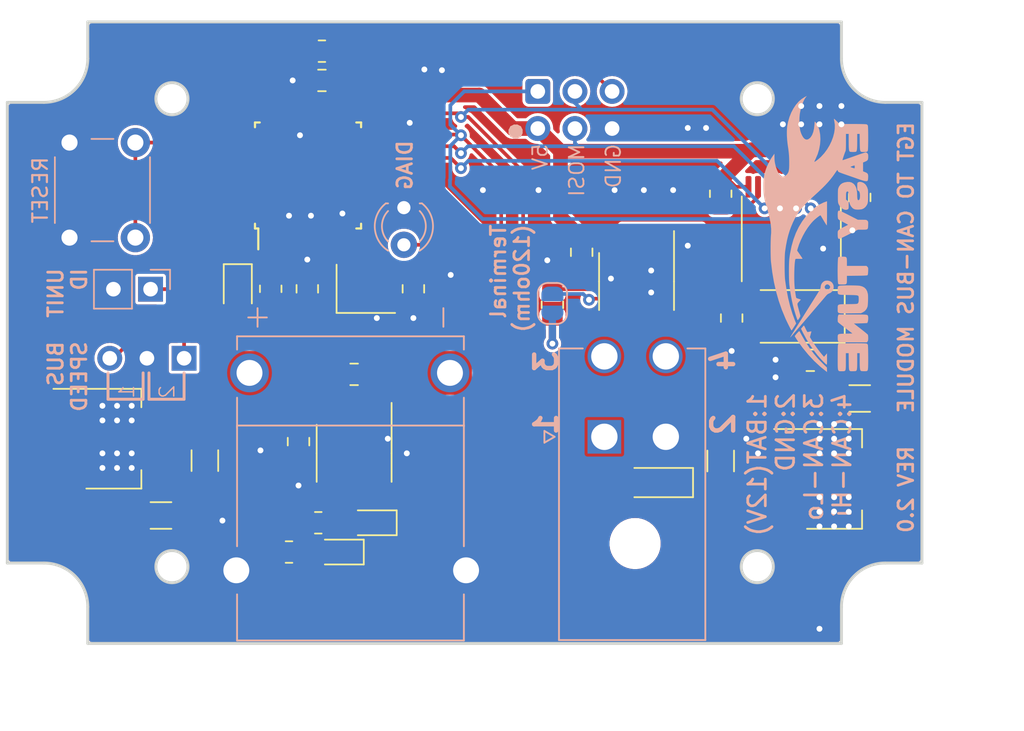
<source format=kicad_pcb>
(kicad_pcb (version 20221018) (generator pcbnew)
  (layers (0 "F.Cu" signal) (31 "B.Cu" signal) (34 "B.Paste" user) (35 "F.Paste" user) (36 "B.SilkS" user "B.Silkscreen") (37 "F.SilkS" user "F.Silkscreen") (38 "B.Mask" user) (39 "F.Mask" user) (44 "Edge.Cuts" user))
  (net 0 "")
  (net 1 "+5V")
  (net 2 "GND")
  (net 3 "+3.3V")
  (net 4 "Net-(J3-NEG)")
  (net 5 "Net-(J3-POS)")
  (net 6 "Net-(U2-OSC2)")
  (net 7 "Net-(U2-OSC1)")
  (net 8 "Net-(U1-XTAL1{slash}PB6)")
  (net 9 "Net-(U1-XTAL2{slash}PB7)")
  (net 10 "SCK")
  (net 11 "Net-(D2-A)")
  (net 12 "CS2")
  (net 13 "Net-(D4-A)")
  (net 14 "VCC")
  (net 15 "MISO")
  (net 16 "MOSI")
  (net 17 "RST")
  (net 18 "CANH")
  (net 19 "CANL")
  (net 20 "Net-(JP1-B)")
  (net 21 "Net-(U2-~{RESET})")
  (net 22 "Net-(D1-A)")
  (net 23 "Net-(JP2-A)")
  (net 24 "Net-(U1-PD4)")
  (net 25 "Net-(JP3-A)")
  (net 27 "CS1")
  (net 40 "Net-(U2-TXCAN)")
  (net 41 "Net-(U2-RXCAN)")
  (net 52 "Net-(D3-K)")
  (net 53 "Net-(JP2-B)")
  (footprint "LED_SMD:LED_0805_2012Metric" (layer "F.Cu") (at 156.25 69.75 -90)
    (fp_text reference "D5" hide)
    (fp_text value "LED" hide)
  )
  (footprint "Crystal:Crystal_SMD_3225-4Pin_3.2x2.5mm" (layer "F.Cu") (at 165 69.75)
    (fp_text reference "Y3" hide)
    (fp_text value "16MHz" hide)
  )
  (footprint "Capacitor_SMD:C_1206_3216Metric" (layer "F.Cu") (at 151 85.25)
    (fp_text reference "C6" hide)
    (fp_text value "10uF" hide)
  )
  (footprint "Capacitor_SMD:C_1206_3216Metric" (layer "F.Cu") (at 154 81.5 -90)
    (fp_text reference "C7" hide)
    (fp_text value "10uF" hide)
  )
  (footprint "Resistor_SMD:R_0805_2012Metric" (layer "F.Cu") (at 177.75 70.8375 -90)
    (fp_text reference "R1" hide)
    (fp_text value "120" hide)
  )
  (footprint "Resistor_SMD:R_0805_2012Metric" (layer "F.Cu") (at 162 53.5 180)
    (fp_text reference "R5" hide)
    (fp_text value "1k" hide)
  )
  (footprint "Capacitor_SMD:C_0805_2012Metric" (layer "F.Cu") (at 168.25 69.75 -90)
    (fp_text reference "C13" hide)
    (fp_text value "22pF" hide)
  )
  (footprint "Diode_SMD:D_SOD-323" (layer "F.Cu") (at 163.25 87.75 180)
    (fp_text reference "D2" hide)
    (fp_text value "1N4148WS" hide)
  )
  (footprint "Package_QFP:TQFP-32_7x7mm_P0.8mm" (layer "F.Cu") (at 161.05 62 90)
    (fp_text reference "U1" hide)
    (fp_text value "ATmega328P-A" hide)
  )
  (footprint "Diode_SMD:D_SOD-123" (layer "F.Cu") (at 185 83 180)
    (fp_text reference "D3" hide)
    (fp_text value "D_Schottky" hide)
  )
  (footprint "Capacitor_SMD:C_1206_3216Metric" (layer "F.Cu") (at 189.25 81.525 90)
    (fp_text reference "C4" hide)
    (fp_text value "10uF" hide)
  )
  (footprint "Capacitor_SMD:C_0805_2012Metric" (layer "F.Cu") (at 162 55.5 180)
    (fp_text reference "C11" hide)
    (fp_text value "0.1uF" hide)
  )
  (footprint "Resistor_SMD:R_0805_2012Metric" (layer "F.Cu") (at 158.5 69.75 -90)
    (fp_text reference "R7" hide)
    (fp_text value "1k" hide)
  )
  (footprint "Capacitor_SMD:C_0805_2012Metric" (layer "F.Cu") (at 198.75 63.5 -90)
    (fp_text reference "C1" hide)
    (fp_text value "0.1uF" hide)
  )
  (footprint "Capacitor_SMD:C_0805_2012Metric" (layer "F.Cu") (at 161 69.75 90)
    (fp_text reference "C12" hide)
    (fp_text value "22pF" hide)
  )
  (footprint "Crystal:Crystal_SMD_5032-2Pin_5.0x3.2mm" (layer "F.Cu") (at 194.675 71.6375 180)
    (fp_text reference "Y2" hide)
    (fp_text value "8MHz" hide)
  )
  (footprint "Resistor_SMD:R_0805_2012Metric" (layer "F.Cu") (at 159.75 87.75)
    (fp_text reference "R2" hide)
    (fp_text value "10k" hide)
  )
  (footprint "Capacitor_SMD:C_0805_2012Metric" (layer "F.Cu") (at 190 71.75 -90)
    (fp_text reference "C9" hide)
    (fp_text value "22pF" hide)
  )
  (footprint "Diode_SMD:D_SOD-323" (layer "F.Cu") (at 165.5 85.75 180)
    (fp_text reference "D4" hide)
    (fp_text value "1N4148WS" hide)
  )
  (footprint "Package_SO:TSSOP-20_4.4x6.5mm_P0.65mm" (layer "F.Cu") (at 194.075 65.6375 90)
    (fp_text reference "U2" hide)
    (fp_text value "MCP2515-I" hide)
  )
  (footprint "Capacitor_SMD:C_0805_2012Metric" (layer "F.Cu") (at 179.75 67.25 -90)
    (fp_text reference "C2" hide)
    (fp_text value "0.1uF" hide)
  )
  (footprint "Package_TO_SOT_SMD:SOT-223-3_TabPin2" (layer "F.Cu") (at 197 82.75)
    (fp_text reference "U3" hide)
    (fp_text value "AMS1117-5.0" hide)
  )
  (footprint "Capacitor_SMD:C_0805_2012Metric" (layer "F.Cu") (at 164.2 75.6 180)
    (fp_text reference "C8" hide)
    (fp_text value "0.1uF" hide)
  )
  (footprint "Capacitor_SMD:C_0805_2012Metric" (layer "F.Cu") (at 195.375 74.6375 180)
    (fp_text reference "C10" hide)
    (fp_text value "22pF" hide)
  )
  (footprint "Package_SO:SOIC-8_3.9x4.9mm_P1.27mm" (layer "F.Cu") (at 183.5 69.25 -90)
    (fp_text reference "U9" hide)
    (fp_text value "TJA1044T" hide)
  )
  (footprint "Capacitor_SMD:C_0805_2012Metric" (layer "F.Cu") (at 160.4 80.2 -90)
    (fp_text reference "C3" hide)
    (fp_text value "0.1uF" hide)
  )
  (footprint "Capacitor_SMD:C_1206_3216Metric" (layer "F.Cu") (at 198.75 77.25 180)
    (fp_text reference "C5" hide)
    (fp_text value "10uF" hide)
  )
  (footprint "Resistor_SMD:R_0805_2012Metric" (layer "F.Cu") (at 189.25 63.25 -90)
    (fp_text reference "R3" hide)
    (fp_text value "10k" hide)
  )
  (footprint "Package_TO_SOT_SMD:SOT-223-3_TabPin2" (layer "F.Cu") (at 147.75 80)
    (fp_text reference "U5" hide)
    (fp_text value "AMS1117-3.3" hide)
  )
  (footprint "Resistor_SMD:R_0805_2012Metric" (layer "F.Cu") (at 161.75 85.75)
    (fp_text reference "R6" hide)
    (fp_text value "10k" hide)
  )
  (footprint "Package_SO:SOIC-8_3.9x4.9mm_P1.27mm" (layer "F.Cu") (at 164.2 81 -90)
    (fp_text reference "U7" hide)
    (fp_text value "MAX31855KASA" hide)
  )
  (footprint "Connector_PinSocket_2.54mm:PinSocket_1x02_P2.54mm_Vertical" (layer "B.Cu") (at 150.29 69.775 90)
    (fp_text reference "JP3" hide)
    (fp_text value "Jumper_2_Open" hide)
  )
  (footprint "Connector_PinSocket_2.54mm:PinSocket_1x03_P2.54mm_Vertical" (layer "B.Cu") (at 152.58 74.5 90)
    (fp_text reference "JP2" hide)
    (fp_text value "Jumper_3_Open" hide)
  )
  (footprint "Jumper:SolderJumper-2_P1.3mm_Open_RoundedPad1.0x1.5mm" (layer "B.Cu") (at 177.75 70.75 -90)
    (fp_text reference "JP1" hide)
    (fp_text value "SolderJumper" hide)
  )
  (footprint "Yuya's_lib:MOLEX_39-30-1040" (layer "B.Cu") (at 181.3 79.87 180)
    (fp_text reference "J2" hide)
    (fp_text value "39-30-1040" hide)
  )
  (footprint "LED_THT:LED_D3.0mm" (layer "B.Cu") (at 167.6 64.2 -90)
    (fp_text reference "D1" hide)
    (fp_text value "LED")
  )
  (footprint "Yuya's_lib:OMEGA_PCC-SMP-K-5" (layer "B.Cu") (at 163.95 83.4 -90)
    (fp_text reference "J3" hide)
    (fp_text value "PCC-SMP-V-K-5" hide)
  )
  (footprint "Desktop:tes3" (layer "B.Cu") (at 195.280148 66.289797 -90)
    (fp_text reference "G***" hide)
    (fp_text value "LOGO" hide)
  )
  (footprint "Button_Switch_THT:SW_PUSH_6mm" (layer "B.Cu") (at 144.75 59.75 -90)
    (fp_text reference "RESET")
    (fp_text value "SW_Push" hide)
  )
  (footprint "Connector_IDC:IDC-Header_2x03_P2.54mm_Vertical" (layer "B.Cu") (at 176.75 56.25 -90)
    (fp_text reference "J1" hide)
    (fp_text value "AVR-ISP-6" hide)
  )
  (gr_line (start 200.500001 88.5) (end 203 88.5) (stroke (width 0.2)) (layer "Edge.Cuts"))
  (gr_line (start 197.5 53.999999) (end 197.5 51.5) (stroke (width 0.2)) (layer "Edge.Cuts"))
  (gr_line (start 140.5 57) (end 140.5 88.5) (stroke (width 0.2)) (layer "Edge.Cuts"))
  (gr_line (start 197.500001 94) (end 197.500001 91.5) (stroke (width 0.2)) (layer "Edge.Cuts"))
  (gr_arc (start 197.500001 91.5) (mid 198.378681 89.37868) (end 200.500001 88.5) (stroke (width 0.2)) (layer "Edge.Cuts"))
  (gr_circle (center 191.75 88.75) (end 192.85 88.75) (stroke (width 0.2)) (fill none) (layer "Edge.Cuts"))
  (gr_arc (start 200.5 56.999999) (mid 198.37868 56.121319) (end 197.5 53.999999) (stroke (width 0.2)) (layer "Edge.Cuts"))
  (gr_line (start 146 91.5) (end 146 94) (stroke (width 0.2)) (layer "Edge.Cuts"))
  (gr_line (start 203 88.5) (end 203 56.999999) (stroke (width 0.2)) (layer "Edge.Cuts"))
  (gr_line (start 146 51.5) (end 146 54) (stroke (width 0.2)) (layer "Edge.Cuts"))
  (gr_arc (start 143 88.5) (mid 145.12132 89.37868) (end 146 91.5) (stroke (width 0.2)) (layer "Edge.Cuts"))
  (gr_line (start 143 57) (end 140.5 57) (stroke (width 0.2)) (layer "Edge.Cuts"))
  (gr_line (start 203 56.999999) (end 200.5 56.999999) (stroke (width 0.2)) (layer "Edge.Cuts"))
  (gr_circle (center 151.75 88.75) (end 152.85 88.75) (stroke (width 0.2)) (fill none) (layer "Edge.Cuts"))
  (gr_line (start 197.5 51.5) (end 146 51.5) (stroke (width 0.2)) (layer "Edge.Cuts"))
  (gr_circle (center 191.75 56.75) (end 192.85 56.75) (stroke (width 0.2)) (fill none) (layer "Edge.Cuts"))
  (gr_circle (center 151.75 56.75) (end 152.85 56.75) (stroke (width 0.2)) (fill none) (layer "Edge.Cuts"))
  (gr_line (start 140.5 88.5) (end 143 88.5) (stroke (width 0.2)) (layer "Edge.Cuts"))
  (gr_line (start 146 94) (end 197.500001 94) (stroke (width 0.2)) (layer "Edge.Cuts"))
  (gr_arc (start 146 54) (mid 145.12132 56.12132) (end 143 57) (stroke (width 0.2)) (layer "Edge.Cuts"))
  (gr_text "EGT TO CAN-BUS MODULE   REV 2.0" (at 202.5 58.25 90) (layer "B.SilkS") (effects (font (size 1 1) (thickness 0.1875)) (justify left bottom mirror)))
  (gr_text "MOSI" (at 180 59.75 90) (layer "B.SilkS") (effects (font (size 1 1) (thickness 0.125)) (justify left bottom mirror)))
  (gr_text "UNIT\nID" (at 146 68.25 90) (layer "B.SilkS") (effects (font (size 1 1) (thickness 0.1875)) (justify left bottom mirror)))
  (gr_text "Terminal\n(120ohm)" (at 176.25 65.25 90) (layer "B.SilkS") (effects (font (size 1 1) (thickness 0.1875)) (justify left bottom mirror)))
  (gr_text "5V" (at 177.5 59.75 90) (layer "B.SilkS") (effects (font (size 1 1) (thickness 0.125)) (justify left bottom mirror)))
  (gr_text "GND" (at 182.5 59.75 90) (layer "B.SilkS") (effects (font (size 1 1) (thickness 0.125)) (justify left bottom mirror)))
  (gr_text "1" (at 178.2 78.1 90) (layer "B.SilkS") (effects (font (size 1.5 1.5) (thickness 0.3) bold) (justify left bottom mirror)))
  (gr_text "DIAG" (at 168.25 59.5 90) (layer "B.SilkS") (effects (font (size 1 1) (thickness 0.1875)) (justify left bottom mirror)))
  (gr_text "3" (at 178.2 73.83 90) (layer "B.SilkS") (effects (font (size 1.5 1.5) (thickness 0.3) bold) (justify left bottom mirror)))
  (gr_text "BUS\nSPEED" (at 146 73.25 90) (layer "B.SilkS") (effects (font (size 1 1) (thickness 0.1875)) (justify left bottom mirror)))
  (gr_text "1:BAT(12V)\n2:GND\n3:CAN-Lo\n4:CAN-Hi" (at 198.25 76.75 90) (layer "B.SilkS") (effects (font (size 1.2 1.2) (thickness 0.1875)) (justify left bottom mirror)))
  (gr_text "2" (at 190.3 78.1 90) (layer "B.SilkS") (effects (font (size 1.5 1.5) (thickness 0.3) bold) (justify left bottom mirror)))
  (gr_text "●" (at 175.75 58.25 90) (layer "B.SilkS") (effects (font (size 1 1) (thickness 0.1875)) (justify left bottom mirror)))
  (gr_text "4" (at 190.3 73.7 90) (layer "B.SilkS") (effects (font (size 1.5 1.5) (thickness 0.3) bold) (justify left bottom mirror)))
  (segment (start 191.3375 60.25) (end 189.25 62.3375) (width 1) (layer "F.Cu") (net 1))
  (segment (start 147.7 83.425) (end 149.525 85.25) (width 1) (layer "F.Cu") (net 1))
  (segment (start 166.25 55.5) (end 167.25 56.5) (width 1) (layer "F.Cu") (net 1))
  (segment (start 149.525 85.25) (end 149.525 90.825) (width 1) (layer "F.Cu") (net 1))
  (segment (start 200.225 77.25) (end 200.225 75.775) (width 1) (layer "F.Cu") (net 1))
  (segment (start 201 63.5) (end 200.05 62.55) (width 1) (layer "F.Cu") (net 1))
  (segment (start 162.95 55.5) (end 162.95 57.65) (width 0.25) (layer "F.Cu") (net 1))
  (segment (start 179.75 66.576751) (end 179.75 66.3) (width 0.25) (layer "F.Cu") (net 1))
  (segment (start 178.3 64.85) (end 179.75 66.3) (width 1) (layer "F.Cu") (net 1))
  (segment (start 172.75 56.5) (end 175.04 58.79) (width 1) (layer "F.Cu") (net 1))
  (segment (start 191.3375 60.25) (end 191.2475 60.34) (width 1) (layer "F.Cu") (net 1))
  (segment (start 149.525 90.825) (end 150.5 91.8) (width 1) (layer "F.Cu") (net 1))
  (segment (start 197.055635 88.5) (end 199.1 86.455635) (width 1) (layer "F.Cu") (net 1))
  (segment (start 179.75 66.3) (end 179.75 66.25) (width 0.25) (layer "F.Cu") (net 1))
  (segment (start 200.225 75.775) (end 201 75) (width 1) (layer "F.Cu") (net 1))
  (segment (start 198 60.25) (end 191.3375 60.25) (width 1) (layer "F.Cu") (net 1))
  (segment (start 189.25 62.3375) (end 189.8375 62.3375) (width 0.25) (layer "F.Cu") (net 1))
  (segment (start 200.225 77.25) (end 200.225 82.675) (width 1) (layer "F.Cu") (net 1))
  (segment (start 160.525 61.475) (end 162.25 59.75) (width 0.25) (layer "F.Cu") (net 1))
  (segment (start 200.15 85.35) (end 200.15 82.75) (width 1) (layer "F.Cu") (net 1))
  (segment (start 160.525 66.125) (end 160.525 61.475) (width 0.25) (layer "F.Cu") (net 1))
  (segment (start 162.25 66.25) (end 162.25 59.75) (width 0.25) (layer "F.Cu") (net 1))
  (segment (start 162.95 53.5375) (end 162.9125 53.5) (width 0.25) (layer "F.Cu") (net 1))
  (segment (start 199.1 86.4) (end 200.15 85.35) (width 1) (layer "F.Cu") (net 1))
  (segment (start 163.05 58.95) (end 163.05 57.75) (width 0.25) (layer "F.Cu") (net 1))
  (segment (start 167.25 56.5) (end 172.75 56.5) (width 1) (layer "F.Cu") (net 1))
  (segment (start 160.65 66.25) (end 160.525 66.125) (width 0.25) (layer "F.Cu") (net 1))
  (segment (start 145.725 83.425) (end 147.7 83.425) (width 1) (layer "F.Cu") (net 1))
  (segment (start 199.1 86.455635) (end 199.1 86.4) (width 1) (layer "F.Cu") (net 1))
  (segment (start 198.75 62.55) (end 198.75 61) (width 1) (layer "F.Cu") (net 1))
  (segment (start 163.05 55.6) (end 162.95 55.5) (width 0.25) (layer "F.Cu") (net 1))
  (segment (start 189.25 62) (end 189.25 62.3375) (width 0.25) (layer "F.Cu") (net 1))
  (segment (start 195.8 88.5) (end 197.055635 88.5) (width 1) (layer "F.Cu") (net 1))
  (segment (start 162.95 55.5) (end 166.25 55.5) (width 1) (layer "F.Cu") (net 1))
  (segment (start 178.3 60.34) (end 178.3 64.85) (width 1) (layer "F.Cu") (net 1))
  (segment (start 162.25 59.75) (end 163.05 58.95) (width 0.25) (layer "F.Cu") (net 1))
  (segment (start 144.6 82.3) (end 145.725 83.425) (width 1) (layer "F.Cu") (net 1))
  (segment (start 182.865 67.151751) (end 181.941751 68.075) (width 0.25) (layer "F.Cu") (net 1))
  (segment (start 150.5 91.8) (end 192.5 91.8) (width 1) (layer "F.Cu") (net 1))
  (segment (start 191.2475 60.34) (end 178.3 60.34) (width 1) (layer "F.Cu") (net 1))
  (segment (start 201 75) (end 201 63.5) (width 1) (layer "F.Cu") (net 1))
  (segment (start 200.225 82.675) (end 200.15 82.75) (width 1) (layer "F.Cu") (net 1))
  (segment (start 190.275 62.775) (end 191.15 62.775) (width 0.25) (layer "F.Cu") (net 1))
  (segment (start 200.15 82.75) (end 193.85 82.75) (width 1) (layer "F.Cu") (net 1))
  (segment (start 182.865 66.775) (end 182.865 67.151751) (width 0.25) (layer "F.Cu") (net 1))
  (segment (start 198.75 61) (end 198 60.25) (width 1) (layer "F.Cu") (net 1))
  (segment (start 178.3 60.34) (end 176.75 58.79) (width 1) (layer "F.Cu") (net 1))
  (segment (start 181.941751 68.075) (end 181.248249 68.075) (width 0.25) (layer "F.Cu") (net 1))
  (segment (start 162.95 55.5) (end 162.95 53.5375) (width 0.25) (layer "F.Cu") (net 1))
  (segment (start 200.05 62.55) (end 198.75 62.55) (width 1) (layer "F.Cu") (net 1))
  (segment (start 189.8375 62.3375) (end 190.275 62.775) (width 0.25) (layer "F.Cu") (net 1))
  (segment (start 181.248249 68.075) (end 179.75 66.576751) (width 0.25) (layer "F.Cu") (net 1))
  (segment (start 192.5 91.8) (end 195.8 88.5) (width 1) (layer "F.Cu") (net 1))
  (segment (start 175.04 58.79) (end 176.75 58.79) (width 1) (layer "F.Cu") (net 1))
  (segment (start 162.95 57.65) (end 163.05 57.75) (width 0.25) (layer "F.Cu") (net 1))
  (segment (start 160.65 59.1) (end 160.5 59.25) (width 0.25) (layer "F.Cu") (net 2))
  (segment (start 197 67.75) (end 196.25 67) (width 0.25) (layer "F.Cu") (net 2))
  (segment (start 180.6005 69.0505) (end 181.75 69.0505) (width 0.25) (layer "F.Cu") (net 2))
  (segment (start 179.75 68.2) (end 180.6005 69.0505) (width 0.25) (layer "F.Cu") (net 2))
  (segment (start 161.05 55.5) (end 160 55.5) (width 0.25) (layer "F.Cu") (net 2))
  (segment (start 168.25 70.7) (end 168.25 71.75) (width 0.25) (layer "F.Cu") (net 2))
  (segment (start 184.135 66.775) (end 184.135 68.135) (width 0.25) (layer "F.Cu") (net 2))
  (segment (start 159.85 64.85) (end 159.75 64.75) (width 0.25) (layer "F.Cu") (net 2))
  (segment (start 161.45 66.25) (end 161.45 64.95) (width 0.25) (layer "F.Cu") (net 2))
  (segment (start 166.105 78.525) (end 166.105 79.605) (width 0.25) (layer "F.Cu") (net 2))
  (segment (start 161.45 64.95) (end 161.25 64.75) (width 0.25) (layer "F.Cu") (net 2))
  (segment (start 159.85 66.25) (end 159.85 64.85) (width 0.25) (layer "F.Cu") (net 2))
  (segment (start 166.1 70.6) (end 166.1 71.4) (width 0.25) (layer "F.Cu") (net 2))
  (segment (start 160.65 57.75) (end 160.65 59.1) (width 0.25) (layer "F.Cu") (net 2))
  (segment (start 198.75 64.45) (end 198.75 65.25) (width 0.25) (layer "F.Cu") (net 2))
  (segment (start 161 68.8) (end 161 67.75) (width 0.25) (layer "F.Cu") (net 2))
  (segment (start 197 68.5) (end 197 67.75) (width 0.25) (layer "F.Cu") (net 2))
  (segment (start 198.75 65.25) (end 198.25 65.75) (width 0.25) (layer "F.Cu") (net 2))
  (segment (start 184.135 68.135) (end 184.5 68.5) (width 0.25) (layer "F.Cu") (net 2))
  (segment (start 166.1 71.4) (end 165.75 71.75) (width 0.25) (layer "F.Cu") (net 2))
  (segment (start 166.105 78.901751) (end 166.105 78.525) (width 0.25) (layer "F.Cu") (net 2))
  (segment (start 185.405 70.905) (end 184.5 70) (width 0.25) (layer "F.Cu") (net 2))
  (segment (start 185.405 71.725) (end 185.405 70.905) (width 0.25) (layer "F.Cu") (net 2))
  (segment (start 166.105 79.605) (end 166.5 80) (width 0.25) (layer "F.Cu") (net 2))
  (via (at 196 80) (size 0.8) (drill 0.4) (layers "F.Cu" "B.Cu") (net 2))
  (via (at 196 93) (size 0.8) (drill 0.4) (layers "F.Cu" "B.Cu") (net 2))
  (via (at 194.75 57.25) (size 0.8) (drill 0.4) (layers "F.Cu" "B.Cu") (net 2))
  (via (at 161.25 64.75) (size 0.8) (drill 0.4) (layers "F.Cu" "B.Cu") (net 2))
  (via (at 197 81) (size 0.8) (drill 0.4) (layers "F.Cu" "B.Cu") (net 2))
  (via (at 196 79) (size 0.8) (drill 0.4) (layers "F.Cu" "B.Cu") (net 2))
  (via (at 194.75 58.5) (size 0.8) (drill 0.4) (layers "F.Cu" "B.Cu") (net 2))
  (via (at 168.25 71.75) (size 0.8) (drill 0.4) (layers "F.Cu" "B.Cu") (net 2))
  (via (at 187 66.8) (size 0.8) (drill 0.4) (layers "F.Cu" "B.Cu") (net 2))
  (via (at 197.5 57.25) (size 0.8) (drill 0.4) (layers "F.Cu" "B.Cu") (net 2))
  (via (at 159.75 64.75) (size 0.8) (drill 0.4) (layers "F.Cu" "B.Cu") (net 2))
  (via (at 173 63) (size 0.8) (drill 0.4) (layers "F.Cu" "B.Cu") (net 2))
  (via (at 198 80) (size 0.8) (drill 0.4) (layers "F.Cu" "B.Cu") (net 2))
  (via (at 198 81) (size 0.8) (drill 0.4) (layers "F.Cu" "B.Cu") (net 2))
  (via (at 198 79) (size 0.8) (drill 0.4) (layers "F.Cu" "B.Cu") (net 2))
  (via (at 197 84) (size 0.8) (drill 0.4) (layers "F.Cu" "B.Cu") (net 2))
  (via (at 196 57.25) (size 0.8) (drill 0.4) (layers "F.Cu" "B.Cu") (net 2))
  (via (at 186 63) (size 0.8) (drill 0.4) (layers "F.Cu" "B.Cu") (net 2))
  (via (at 196 86) (size 0.8) (drill 0.4) (layers "F.Cu" "B.Cu") (net 2))
  (via (at 148 77.75) (size 0.8) (drill 0.4) (layers "F.Cu" "B.Cu") (net 2))
  (via (at 157.8 80.8) (size 0.8) (drill 0.4) (layers "F.Cu" "B.Cu") (net 2))
  (via (at 176.8 63) (size 0.8) (drill 0.4) (layers "F.Cu" "B.Cu") (net 2))
  (via (at 198.25 65.75) (size 0.8) (drill 0.4) (layers "F.Cu" "B.Cu") (net 2))
  (via (at 197 86) (size 0.8) (drill 0.4) (layers "F.Cu" "B.Cu") (net 2))
  (via (at 196.25 67) (size 0.8) (drill 0.4) (layers "F.Cu" "B.Cu") (net 2))
  (via (at 155.2 85.6) (size 0.8) (drill 0.4) (layers "F.Cu" "B.Cu") (net 2))
  (via (at 188.25 58.75) (size 0.8) (drill 0.4) (layers "F.Cu" "B.Cu") (net 2))
  (via (at 191.8 81) (size 0.8) (drill 0.4) (layers "F.Cu" "B.Cu") (net 2))
  (via (at 196 58.5) (size 0.8) (drill 0.4) (layers "F.Cu" "B.Cu") (net 2))
  (via (at 190 74) (size 0.8) (drill 0.4) (layers "F.Cu" "B.Cu") (net 2))
  (via (at 184.5 70) (size 0.8) (drill 0.4) (layers "F.Cu" "B.Cu") (net 2))
  (via (at 166.5 80) (size 0.8) (drill 0.4) (layers "F.Cu" "B.Cu") (net 2))
  (via (at 149 81) (size 0.8) (drill 0.4) (layers "F.Cu" "B.Cu") (net 2))
  (via (at 181.75 69.0505) (size 0.8) (drill 0.4) (layers "F.Cu" "B.Cu") (net 2))
  (via (at 147 77.75) (size 0.8) (drill 0.4) (layers "F.Cu" "B.Cu") (net 2))
  (via (at 197 80) (size 0.8) (drill 0.4) (layers "F.Cu" "B.Cu") (net 2))
  (via (at 196.995873 84.978907) (size 0.8) (drill 0.4) (layers "F.Cu" "B.Cu") (net 2))
  (via (at 149 77.75) (size 0.8) (drill 0.4) (layers "F.Cu" "B.Cu") (net 2))
  (via (at 148 78.75) (size 0.8) (drill 0.4) (layers "F.Cu" "B.Cu") (net 2))
  (via (at 197.5 58.5) (size 0.8) (drill 0.4) (layers "F.Cu" "B.Cu") (net 2))
  (via (at 193 75.8) (size 0.8) (drill 0.4) (layers "F.Cu" "B.Cu") (net 2))
  (via (at 169 54.75) (size 0.8) (drill 0.4) (layers "F.Cu" "B.Cu") (net 2))
  (via (at 184 63) (size 0.8) (drill 0.4) (layers "F.Cu" "B.Cu") (net 2))
  (via (at 182 63) (size 0.8) (drill 0.4) (layers "F.Cu" "B.Cu") (net 2))
  (via (at 197 79) (size 0.8) (drill 0.4) (layers "F.Cu" "B.Cu") (net 2))
  (via (at 163.4 64.6) (size 0.8) (drill 0.4) (layers "F.Cu" "B.Cu") (net 2))
  (via (at 168 58.4) (size 0.8) (drill 0.4) (layers "F.Cu" "B.Cu") (net 2))
  (via (at 147 82) (size 0.8) (drill 0.4) (layers "F.Cu" "B.Cu") (net 2))
  (via (at 193.5 58.5) (size 0.8) (drill 0.4) (layers "F.Cu" "B.Cu") (net 2))
  (via (at 147 81) (size 0.8) (drill 0.4) (layers "F.Cu" "B.Cu") (net 2))
  (via (at 196 81) (size 0.8) (drill 0.4) (layers "F.Cu" "B.Cu") (net 2))
  (via (at 193 74.6) (size 0.8) (drill 0.4) (layers "F.Cu" "B.Cu") (net 2))
  (via (at 184.5 68.5) (size 0.8) (drill 0.4) (layers "F.Cu" "B.Cu") (net 2))
  (via (at 160.5 59.25) (size 0.8) (drill 0.4) (layers "F.Cu" "B.Cu") (net 2))
  (via (at 167.8 81) (size 0.8) (drill 0.4) (layers "F.Cu" "B.Cu") (net 2))
  (via (at 147 78.75) (size 0.8) (drill 0.4) (layers "F.Cu" "B.Cu") (net 2))
  (via (at 170.8 68.8) (size 0.8) (drill 0.4) (layers "F.Cu" "B.Cu") (net 2))
  (via (at 198 84) (size 0.8) (drill 0.4) (layers "F.Cu" "B.Cu") (net 2))
  (via (at 160.4 83.2) (size 0.8) (drill 0.4) (layers "F.Cu" "B.Cu") (net 2))
  (via (at 161 67.75) (size 0.8) (drill 0.4) (layers "F.Cu" "B.Cu") (net 2))
  (via (at 198 85) (size 0.8) (drill 0.4) (layers "F.Cu" "B.Cu") (net 2))
  (via (at 191 80) (size 0.8) (drill 0.4) (layers "F.Cu" "B.Cu") (net 2))
  (via (at 148 81) (size 0.8) (drill 0.4) (layers "F.Cu" "B.Cu") (net 2))
  (via (at 196 85) (size 0.8) (drill 0.4) (layers "F.Cu" "B.Cu") (net 2))
  (via (at 165.75 71.75) (size 0.8) (drill 0.4) (layers "F.Cu" "B.Cu") (net 2))
  (via (at 170.2 54.8) (size 0.8) (drill 0.4) (layers "F.Cu" "B.Cu") (net 2))
  (via (at 160 55.5) (size 0.8) (drill 0.4) (layers "F.Cu" "B.Cu") (net 2))
  (via (at 198 86) (size 0.8) (drill 0.4) (layers "F.Cu" "B.Cu") (net 2))
  (via (at 149 78.75) (size 0.8) (drill 0.4) (layers "F.Cu" "B.Cu") (net 2))
  (via (at 187 58.75) (size 0.8) (drill 0.4) (layers "F.Cu" "B.Cu") (net 2))
  (via (at 148 82) (size 0.8) (drill 0.4) (layers "F.Cu" "B.Cu") (net 2))
  (via (at 177.4 67.8) (size 0.8) (drill 0.4) (layers "F.Cu" "B.Cu") (net 2))
  (via (at 196 84) (size 0.8) (drill 0.4) (layers "F.Cu" "B.Cu") (net 2))
  (via (at 149 82) (size 0.8) (drill 0.4) (layers "F.Cu" "B.Cu") (net 2))
  (segment (start 161.125 78.525) (end 160.4 79.25) (width 0.5) (layer "F.Cu") (net 3))
  (segment (start 158.8375 86.6375) (end 159.725 85.75) (width 1) (layer "F.Cu") (net 3))
  (segment (start 150.8 79.9) (end 150.9 80) (width 1) (layer "F.Cu") (net 3))
  (segment (start 159.725 85.75) (end 154 80.025) (width 1) (layer "F.Cu") (net 3))
  (segment (start 153.975 80) (end 154 80.025) (width 1) (layer "F.Cu") (net 3))
  (segment (start 144.7 79.9) (end 150.8 79.9) (width 1) (layer "F.Cu") (net 3))
  (segment (start 144.6 80) (end 144.7 79.9) (width 1) (layer "F.Cu") (net 3))
  (segment (start 162.295 78.525) (end 161.125 78.525) (width 0.5) (layer "F.Cu") (net 3))
  (segment (start 160.8375 85.75) (end 159.725 85.75) (width 1) (layer "F.Cu") (net 3))
  (segment (start 154.775 79.25) (end 160.4 79.25) (width 1) (layer "F.Cu") (net 3))
  (segment (start 158.8375 87.75) (end 158.8375 86.6375) (width 1) (layer "F.Cu") (net 3))
  (segment (start 150.9 80) (end 153.975 80) (width 1) (layer "F.Cu") (net 3))
  (segment (start 154 80.025) (end 154.775 79.25) (width 1) (layer "F.Cu") (net 3))
  (segment (start 165.25 75.5) (end 165.15 75.6) (width 0.25) (layer "F.Cu") (net 4))
  (segment (start 165.15 75.6) (end 164.835 75.915) (width 0.25) (layer "F.Cu") (net 4))
  (segment (start 163.15 75.5) (end 163.25 75.6) (width 0.25) (layer "F.Cu") (net 5))
  (segment (start 193.251041 71.6375) (end 195.7 69.188541) (width 0.25) (layer "F.Cu") (net 6))
  (segment (start 195.7 69.188541) (end 195.7 68.5) (width 0.25) (layer "F.Cu") (net 6))
  (segment (start 192.825 71.6375) (end 193.251041 71.6375) (width 0.25) (layer "F.Cu") (net 6))
  (segment (start 190.8375 71.6375) (end 190 70.8) (width 0.25) (layer "F.Cu") (net 6))
  (segment (start 192.825 71.6375) (end 190.8375 71.6375) (width 0.25) (layer "F.Cu") (net 6))
  (segment (start 196.325 74.6375) (end 196.525 74.4375) (width 0.25) (layer "F.Cu") (net 7))
  (segment (start 196.525 71.6375) (end 196.35 71.4625) (width 0.25) (layer "F.Cu") (net 7))
  (segment (start 196.525 74.4375) (end 196.525 71.6375) (width 0.25) (layer "F.Cu") (net 7))
  (segment (start 196.35 71.4625) (end 196.35 68.5) (width 0.25) (layer "F.Cu") (net 7))
  (segment (start 162.75 69.7) (end 163.65 70.6) (width 0.25) (layer "F.Cu") (net 8))
  (segment (start 163.9 70.6) (end 163.75 70.75) (width 0.25) (layer "F.Cu") (net 8))
  (segment (start 161.8 71.5) (end 161 70.7) (width 0.25) (layer "F.Cu") (net 8))
  (segment (start 163.05 66.25) (end 163.05 67.7) (width 0.25) (layer "F.Cu") (net 8))
  (segment (start 163.05 67.7) (end 162.75 68) (width 0.25) (layer "F.Cu") (net 8))
  (segment (start 163.75 70.75) (end 163.75 71.5) (width 0.25) (layer "F.Cu") (net 8))
  (segment (start 163.65 70.6) (end 163.9 70.6) (width 0.25) (layer "F.Cu") (net 8))
  (segment (start 162.75 68) (end 162.75 69.7) (width 0.25) (layer "F.Cu") (net 8))
  (segment (start 163.75 71.5) (end 161.8 71.5) (width 0.25) (layer "F.Cu") (net 8))
  (segment (start 166.1 67.35) (end 166.1 68.9) (width 0.25) (layer "F.Cu") (net 9))
  (segment (start 163.85 66.25) (end 165 66.25) (width 0.25) (layer "F.Cu") (net 9))
  (segment (start 165 66.25) (end 166.1 67.35) (width 0.25) (layer "F.Cu") (net 9))
  (segment (start 166.1 68.9) (end 168.15 68.9) (width 0.25) (layer "F.Cu") (net 9))
  (segment (start 168.15 68.9) (end 168.25 68.8) (width 0.25) (layer "F.Cu") (net 9))
  (segment (start 175.75 81.793198) (end 169.793198 87.75) (width 0.25) (layer "F.Cu") (net 10))
  (segment (start 169.793198 87.75) (end 164.3 87.75) (width 0.25) (layer "F.Cu") (net 10))
  (segment (start 175.75 61.75) (end 175.75 81.793198) (width 0.25) (layer "F.Cu") (net 10))
  (segment (start 195.401698 64.25) (end 195.05 63.898302) (width 0.25) (layer "F.Cu") (net 10))
  (segment (start 171.25 57.75) (end 163.85 57.75) (width 0.25) (layer "F.Cu") (net 10))
  (segment (start 195.05 63.898302) (end 195.05 62.775) (width 0.25) (layer "F.Cu") (net 10))
  (segment (start 171.5 58) (end 171.25 57.75) (width 0.25) (layer "F.Cu") (net 10))
  (segment (start 172 58) (end 175.75 61.75) (width 0.25) (layer "F.Cu") (net 10))
  (segment (start 171.5 58) (end 172 58) (width 0.25) (layer "F.Cu") (net 10))
  (via (at 195.401698 64.25) (size 0.8) (drill 0.4) (layers "F.Cu" "B.Cu") (net 10))
  (via (at 171.5 58) (size 0.8) (drill 0.4) (layers "F.Cu" "B.Cu") (net 10))
  (segment (start 179.29 57.04) (end 179.75 57.5) (width 0.25) (layer "B.Cu") (net 10))
  (segment (start 171.5 58) (end 172 57.5) (width 0.25) (layer "B.Cu") (net 10))
  (segment (start 172 57.5) (end 179.75 57.5) (width 0.25) (layer "B.Cu") (net 10))
  (segment (start 195.401698 64.224198) (end 188.6775 57.5) (width 0.25) (layer "B.Cu") (net 10))
  (segment (start 180.75 57.5) (end 179.75 57.5) (width 0.25) (layer "B.Cu") (net 10))
  (segment (start 188.6775 57.5) (end 180.75 57.5) (width 0.25) (layer "B.Cu") (net 10))
  (segment (start 179.29 56.25) (end 179.29 57.04) (width 0.25) (layer "B.Cu") (net 10))
  (segment (start 195.401698 64.25) (end 195.401698 64.224198) (width 0.25) (layer "B.Cu") (net 10))
  (segment (start 161.75 84.02) (end 162.295 83.475) (width 0.25) (layer "F.Cu") (net 11))
  (segment (start 160.6625 87.75) (end 162.2 87.75) (width 0.25) (layer "F.Cu") (net 11))
  (segment (start 161.75 87.3) (end 161.75 84.02) (width 0.25) (layer "F.Cu") (net 11))
  (segment (start 162.2 87.75) (end 161.75 87.3) (width 0.25) (layer "F.Cu") (net 11))
  (segment (start 168.8 61.6) (end 173 65.8) (width 0.25) (layer "F.Cu") (net 12))
  (segment (start 173 79.3) (end 166.55 85.75) (width 0.25) (layer "F.Cu") (net 12))
  (segment (start 173 65.8) (end 173 79.3) (width 0.25) (layer "F.Cu") (net 12))
  (segment (start 165.3 61.6) (end 168.8 61.6) (width 0.25) (layer "F.Cu") (net 12))
  (segment (start 164.45 85.75) (end 162.6625 85.75) (width 0.25) (layer "F.Cu") (net 13))
  (segment (start 164.45 85.75) (end 163.565 84.865) (width 0.25) (layer "F.Cu") (net 13))
  (segment (start 163.565 84.865) (end 163.565 83.475) (width 0.25) (layer "F.Cu") (net 13))
  (segment (start 171.5 59.25) (end 171.45 59.2) (width 0.25) (layer "F.Cu") (net 15))
  (segment (start 165.75 86.75) (end 165.75 86.131282) (width 0.25) (layer "F.Cu") (net 15))
  (segment (start 174.25 62) (end 174.25 80.75) (width 0.25) (layer "F.Cu") (net 15))
  (segment (start 171.5 59.25) (end 174.25 62) (width 0.25) (layer "F.Cu") (net 15))
  (segment (start 168.25 86.75) (end 165.75 86.75) (width 0.25) (layer "F.Cu") (net 15))
  (segment (start 165.75 86.131282) (end 164.835 85.216282) (width 0.25) (layer "F.Cu") (net 15))
  (segment (start 193.30016 64.25) (end 193.1 64.04984) (width 0.25) (layer "F.Cu") (net 15))
  (segment (start 164.835 85.216282) (end 164.835 83.475) (width 0.25) (layer "F.Cu") (net 15))
  (segment (start 171.45 59.2) (end 165.3 59.2) (width 0.25) (layer "F.Cu") (net 15))
  (segment (start 193.1 64.04984) (end 193.1 62.775) (width 0.25) (layer "F.Cu") (net 15))
  (segment (start 174.25 80.75) (end 168.25 86.75) (width 0.25) (layer "F.Cu") (net 15))
  (via (at 171.5 59.25) (size 0.8) (drill 0.4) (layers "F.Cu" "B.Cu") (net 15))
  (via (at 193.30016 64.25) (size 0.8) (drill 0.4) (layers "F.Cu" "B.Cu") (net 15))
  (segment (start 170.775 59.975) (end 170.775 62.275) (width 0.25) (layer "B.Cu") (net 15))
  (segment (start 171.724695 56.25) (end 176.75 56.25) (width 0.25) (layer "B.Cu") (net 15))
  (segment (start 170.775 62.275) (end 170.75 62.3) (width 0.25) (layer "B.Cu") (net 15))
  (segment (start 172.975 64.975) (end 192.57516 64.975) (width 0.25) (layer "B.Cu") (net 15))
  (segment (start 171.5 59.25) (end 170.775 58.525) (width 0.25) (layer "B.Cu") (net 15))
  (segment (start 170.75 62.3) (end 170.75 62.75) (width 0.25) (layer "B.Cu") (net 15))
  (segment (start 170.775 57.199695) (end 171.724695 56.25) (width 0.25) (layer "B.Cu") (net 15))
  (segment (start 170.775 58.525) (end 170.775 57.199695) (width 0.25) (layer "B.Cu") (net 15))
  (segment (start 192.57516 64.975) (end 193.30016 64.25) (width 0.25) (layer "B.Cu") (net 15))
  (segment (start 170.75 62.75) (end 172.975 64.975) (width 0.25) (layer "B.Cu") (net 15))
  (segment (start 171.5 59.25) (end 170.775 59.975) (width 0.25) (layer "B.Cu") (net 15))
  (segment (start 194.402195 64.25) (end 194.123959 63.971764) (width 0.25) (layer "F.Cu") (net 16))
  (segment (start 193.75 63.463541) (end 193.75 62.775) (width 0.25) (layer "F.Cu") (net 16))
  (segment (start 194.123959 63.8375) (end 193.75 63.463541) (width 0.25) (layer "F.Cu") (net 16))
  (segment (start 171.500453 60.475258) (end 171.025195 60) (width 0.25) (layer "F.Cu") (net 16))
  (segment (start 171.025195 60) (end 165.3 60) (width 0.25) (layer "F.Cu") (net 16))
  (segment (start 194.123959 63.971764) (end 194.123959 63.8375) (width 0.25) (layer "F.Cu") (net 16))
  (via (at 194.402195 64.25) (size 0.8) (drill 0.4) (layers "F.Cu" "B.Cu") (net 16))
  (via (at 171.500453 60.475258) (size 0.8) (drill 0.4) (layers "F.Cu" "B.Cu") (net 16))
  (segment (start 171.975711 60) (end 179.5 60) (width 0.25) (layer "B.Cu") (net 16))
  (segment (start 179.29 59.79) (end 179.5 60) (width 0.25) (layer "B.Cu") (net 16))
  (segment (start 179.5 60) (end 190.152195 60) (width 0.25) (layer "B.Cu") (net 16))
  (segment (start 190.152195 60) (end 194.402195 64.25) (width 0.25) (layer "B.Cu") (net 16))
  (segment (start 171.500453 60.475258) (end 171.975711 60) (width 0.25) (layer "B.Cu") (net 16))
  (segment (start 179.29 58.79) (end 179.29 59.79) (width 0.25) (layer "B.Cu") (net 16))
  (segment (start 179.29 53.71) (end 181.83 56.25) (width 0.25) (layer "F.Cu") (net 17))
  (segment (start 155.15 62.4) (end 152.5 59.75) (width 0.25) (layer "F.Cu") (net 17))
  (segment (start 158.75 53.5) (end 161.0875 53.5) (width 0.25) (layer "F.Cu") (net 17))
  (segment (start 149.25 59.75) (end 152.5 59.75) (width 0.25) (layer "F.Cu") (net 17))
  (segment (start 149.25 66.25) (end 149.25 59.75) (width 0.25) (layer "F.Cu") (net 17))
  (segment (start 162.1125 52.475) (end 164.225 52.475) (width 0.25) (layer "F.Cu") (net 17))
  (segment (start 164.225 52.475) (end 165 53.25) (width 0.25) (layer "F.Cu") (net 17))
  (segment (start 156.8 62.4) (end 155.15 62.4) (width 0.25) (layer "F.Cu") (net 17))
  (segment (start 152.5 59.75) (end 158.75 53.5) (width 0.25) (layer "F.Cu") (net 17))
  (segment (start 165 53.25) (end 178.83 53.25) (width 0.25) (layer "F.Cu") (net 17))
  (segment (start 178.83 53.25) (end 179.29 53.71) (width 0.25) (layer "F.Cu") (net 17))
  (segment (start 161.0875 53.5) (end 162.1125 52.475) (width 0.25) (layer "F.Cu") (net 17))
  (segment (start 177.9 69.775) (end 177.75 69.925) (width 0.25) (layer "F.Cu") (net 18))
  (segment (start 184.135 70.885) (end 184.135 71.725) (width 0.25) (layer "F.Cu") (net 18))
  (segment (start 183.025 69.775) (end 177.9 69.775) (width 0.25) (layer "F.Cu") (net 18))
  (segment (start 183.025 69.775) (end 184.135 70.885) (width 0.25) (layer "F.Cu") (net 18))
  (segment (start 180.25 70.4995) (end 180.3245 70.425) (width 0.25) (layer "F.Cu") (net 19))
  (segment (start 182.865 70.615) (end 182.865 71.725) (width 0.25) (layer "F.Cu") (net 19))
  (segment (start 182.675 70.425) (end 182.865 70.615) (width 0.25) (layer "F.Cu") (net 19))
  (segment (start 180.3245 70.425) (end 182.675 70.425) (width 0.25) (layer "F.Cu") (net 19))
  (via (at 180.25 70.4995) (size 0.8) (drill 0.4) (layers "F.Cu" "B.Cu") (net 19))
  (segment (start 179.8505 70.1) (end 177.75 70.1) (width 0.25) (layer "B.Cu") (net 19))
  (segment (start 180.25 70.4995) (end 179.8505 70.1) (width 0.25) (layer "B.Cu") (net 19))
  (segment (start 177.75 71.75) (end 177.75 73.5) (width 0.5) (layer "F.Cu") (net 20))
  (via (at 177.75 73.5) (size 0.8) (drill 0.4) (layers "F.Cu" "B.Cu") (net 20))
  (segment (start 177.75 73.5) (end 177.75 71.4) (width 0.5) (layer "B.Cu") (net 20))
  (segment (start 191.8 63.463541) (end 191.8 62.775) (width 0.25) (layer "F.Cu") (net 21))
  (segment (start 191.101041 64.1625) (end 191.8 63.463541) (width 0.25) (layer "F.Cu") (net 21))
  (segment (start 189.25 64.1625) (end 191.101041 64.1625) (width 0.25) (layer "F.Cu") (net 21))
  (segment (start 156.275 70.6625) (end 156.25 70.6875) (width 0.25) (layer "F.Cu") (net 22))
  (segment (start 167.6 66.74) (end 168.872792 66.74) (width 0.25) (layer "F.Cu") (net 22))
  (segment (start 160.3125 72.475) (end 158.5 70.6625) (width 0.25) (layer "F.Cu") (net 22))
  (segment (start 169.3 67.167208) (end 169.3 71.9) (width 0.25) (layer "F.Cu") (net 22))
  (segment (start 168.872792 66.74) (end 169.3 67.167208) (width 0.25) (layer "F.Cu") (net 22))
  (segment (start 169.3 71.9) (end 168.725 72.475) (width 0.25) (layer "F.Cu") (net 22))
  (segment (start 158.5 70.6625) (end 156.275 70.6625) (width 0.25) (layer "F.Cu") (net 22))
  (segment (start 168.725 72.475) (end 160.3125 72.475) (width 0.25) (layer "F.Cu") (net 22))
  (segment (start 158.25 66.25) (end 157.308166 66.25) (width 0.25) (layer "F.Cu") (net 23))
  (segment (start 157.308166 66.25) (end 152.58 70.978166) (width 0.25) (layer "F.Cu") (net 23))
  (segment (start 152.58 70.978166) (end 152.58 74.5) (width 0.25) (layer "F.Cu") (net 23))
  (segment (start 159.05 67.45) (end 159.05 66.25) (width 0.25) (layer "F.Cu") (net 24))
  (segment (start 158.5 68.8375) (end 158.5 68) (width 0.25) (layer "F.Cu") (net 24))
  (segment (start 158.5 68) (end 159.05 67.45) (width 0.25) (layer "F.Cu") (net 24))
  (segment (start 151.79 69.775) (end 154.325 67.24) (width 0.25) (layer "F.Cu") (net 25))
  (segment (start 150.29 69.775) (end 151.79 69.775) (width 0.25) (layer "F.Cu") (net 25))
  (segment (start 154.325 67.24) (end 154.325 65.475) (width 0.25) (layer "F.Cu") (net 25))
  (segment (start 154.325 65.475) (end 155.8 64) (width 0.25) (layer "F.Cu") (net 25))
  (segment (start 155.8 64) (end 156.8 64) (width 0.25) (layer "F.Cu") (net 25))
  (segment (start 192.45 64.05) (end 192.45 62.775) (width 0.25) (layer "F.Cu") (net 27))
  (segment (start 171.5 61.5) (end 170.8 60.8) (width 0.25) (layer "F.Cu") (net 27))
  (segment (start 192.25 64.25) (end 192.45 64.05) (width 0.25) (layer "F.Cu") (net 27))
  (segment (start 170.8 60.8) (end 165.3 60.8) (width 0.25) (layer "F.Cu") (net 27))
  (via (at 192.25 64.25) (size 0.8) (drill 0.4) (layers "F.Cu" "B.Cu") (net 27))
  (via (at 171.5 61.5) (size 0.8) (drill 0.4) (layers "F.Cu" "B.Cu") (net 27))
  (segment (start 189 61) (end 192.25 64.25) (width 0.25) (layer "B.Cu") (net 27))
  (segment (start 172 61) (end 189 61) (width 0.25) (layer "B.Cu") (net 27))
  (segment (start 171.5 61.5) (end 172 61) (width 0.25) (layer "B.Cu") (net 27))
  (segment (start 187.13 68.5) (end 191.15 68.5) (width 0.25) (layer "F.Cu") (net 40))
  (segment (start 185.405 66.775) (end 187.13 68.5) (width 0.25) (layer "F.Cu") (net 40))
  (segment (start 181.595 67.151751) (end 181.595 66.775) (width 0.25) (layer "F.Cu") (net 41))
  (segment (start 189.912195 67.4375) (end 191.676041 67.4375) (width 0.25) (layer "F.Cu") (net 41))
  (segment (start 181.595 66.398249) (end 182.518249 65.475) (width 0.25) (layer "F.Cu") (net 41))
  (segment (start 191.8 67.561459) (end 191.8 68.5) (width 0.25) (layer "F.Cu") (net 41))
  (segment (start 191.676041 67.4375) (end 191.8 67.561459) (width 0.25) (layer "F.Cu") (net 41))
  (segment (start 181.595 66.775) (end 181.595 66.398249) (width 0.25) (layer "F.Cu") (net 41))
  (segment (start 187.949695 65.475) (end 189.912195 67.4375) (width 0.25) (layer "F.Cu") (net 41))
  (segment (start 191.8 68.5) (end 191.8 69.188541) (width 0.25) (layer "F.Cu") (net 41))
  (segment (start 182.518249 65.475) (end 187.949695 65.475) (width 0.25) (layer "F.Cu") (net 41))
  (segment (start 156.8 64.8) (end 156.8 65.45) (width 0.25) (layer "F.Cu") (net 53))
  (segment (start 147.5 74.5) (end 147.75 74.5) (width 0.25) (layer "F.Cu") (net 53))
  (segment (start 147.75 74.5) (end 156.8 65.45) (width 0.25) (layer "F.Cu") (net 53))
  (zone (net 4) (net_name "Net-(J3-NEG)") (layer "F.Cu") (priority 1) (connect_pads yes (clearance 0)) (min_thickness 0.25) (fill yes (thermal_gap 0.5) (thermal_bridge_width 0.5) (smoothing fillet) (radius 0.5))
    (polygon (pts (xy 164.25 74) (xy 172.25 74) (xy 172.25 77) (xy 165.5 77) (xy 165.5 79.75) (xy 164.25 79.75)))
  )
  (zone (net 19) (net_name "CANL") (layer "F.Cu") (priority 4) (connect_pads yes (clearance 0)) (min_thickness 0.25) (fill yes (thermal_gap 0.5) (thermal_bridge_width 0.5))
    (polygon (pts (xy 179.75 75.75) (xy 179.75 73) (xy 182 73) (xy 182.5 72.75) (xy 182.5 71) (xy 183.25 71) (xy 183.25 75.75)))
  )
  (zone locked (net 52) (net_name "Net-(D3-K)") (layer "F.Cu") (priority 2) (connect_pads yes (clearance 0)) (min_thickness 0.25) (fill yes (thermal_gap 0.5) (thermal_bridge_width 0.5) (smoothing fillet) (radius 0.5))
    (polygon (pts (xy 186 82) (xy 190.25 82) (xy 192.5 84) (xy 195 84) (xy 195 86) (xy 186 86)))
  )
  (zone (net 14) (net_name "VCC") (layer "F.Cu") (priority 1) (connect_pads yes (clearance 0)) (min_thickness 0.25) (fill yes (thermal_gap 0.5) (thermal_bridge_width 0.5) (smoothing fillet) (radius 0.5))
    (polygon (pts (xy 184 82) (xy 184 84) (xy 179.75 84) (xy 179.75 78.25) (xy 182.75 78.25) (xy 182.75 81)))
  )
  (zone (net 5) (net_name "Net-(J3-POS)") (layer "F.Cu") (priority 1) (connect_pads yes (clearance 0)) (min_thickness 0.25) (fill yes (thermal_gap 0.5) (thermal_bridge_width 0.5) (smoothing fillet) (radius 0.5))
    (polygon (pts (xy 155.5 74) (xy 164 74) (xy 164 79.75) (xy 163 79.75) (xy 163 77.25) (xy 155.5 77.25)))
  )
  (zone (net 18) (net_name "CANH") (layer "F.Cu") (priority 3) (connect_pads yes (clearance 0)) (min_thickness 0.25) (fill yes (thermal_gap 0.5) (thermal_bridge_width 0.5))
    (polygon (pts (xy 183.75 71) (xy 183.75 75.75) (xy 187 75.75) (xy 187 73) (xy 184.75 73) (xy 184.5 72.75) (xy 184.5 71)))
  )
  (zone (net 2) (net_name "GND") (layers "F&B.Cu") (connect_pads yes (clearance 0)) (min_thickness 0.25) (fill yes (thermal_gap 0.5) (thermal_bridge_width 0.5) (smoothing fillet) (radius 0.5))
    (polygon (pts (xy 140 50) (xy 210 50) (xy 210 100) (xy 140 100)))
  )
)
</source>
